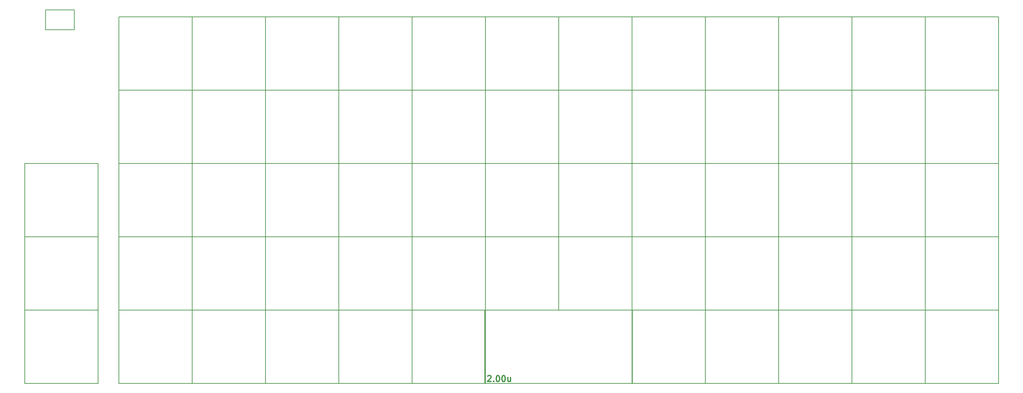
<source format=gbr>
%TF.GenerationSoftware,KiCad,Pcbnew,(5.1.6-0-10_14)*%
%TF.CreationDate,2021-11-22T17:38:10+01:00*%
%TF.ProjectId,Mech50-keyboard,4d656368-3530-42d6-9b65-79626f617264,rev?*%
%TF.SameCoordinates,Original*%
%TF.FileFunction,OtherDrawing,Comment*%
%FSLAX46Y46*%
G04 Gerber Fmt 4.6, Leading zero omitted, Abs format (unit mm)*
G04 Created by KiCad (PCBNEW (5.1.6-0-10_14)) date 2021-11-22 17:38:10*
%MOMM*%
%LPD*%
G01*
G04 APERTURE LIST*
%ADD10C,0.152400*%
%ADD11C,0.200000*%
%ADD12C,0.304800*%
G04 APERTURE END LIST*
D10*
%TO.C,S-E12*%
X286766000Y-127000000D02*
X305562000Y-127000000D01*
X305562000Y-127000000D02*
X305562000Y-145796000D01*
X305562000Y-145796000D02*
X286766000Y-145796000D01*
X286766000Y-145796000D02*
X286766000Y-127000000D01*
%TO.C,S-E6*%
X173863000Y-127000000D02*
X211709000Y-127000000D01*
X211709000Y-127000000D02*
X211709000Y-145796000D01*
X211709000Y-145796000D02*
X173863000Y-145796000D01*
X173863000Y-145796000D02*
X173863000Y-127000000D01*
%TO.C,S-A0*%
X80010000Y-51816000D02*
X98806000Y-51816000D01*
X98806000Y-51816000D02*
X98806000Y-70612000D01*
X98806000Y-70612000D02*
X80010000Y-70612000D01*
X80010000Y-70612000D02*
X80010000Y-51816000D01*
%TO.C,S-A1*%
X98806000Y-51816000D02*
X117602000Y-51816000D01*
X117602000Y-51816000D02*
X117602000Y-70612000D01*
X117602000Y-70612000D02*
X98806000Y-70612000D01*
X98806000Y-70612000D02*
X98806000Y-51816000D01*
%TO.C,S-A2*%
X117602000Y-51816000D02*
X136398000Y-51816000D01*
X136398000Y-51816000D02*
X136398000Y-70612000D01*
X136398000Y-70612000D02*
X117602000Y-70612000D01*
X117602000Y-70612000D02*
X117602000Y-51816000D01*
%TO.C,S-A3*%
X136398000Y-51816000D02*
X155194000Y-51816000D01*
X155194000Y-51816000D02*
X155194000Y-70612000D01*
X155194000Y-70612000D02*
X136398000Y-70612000D01*
X136398000Y-70612000D02*
X136398000Y-51816000D01*
%TO.C,S-A4*%
X155194000Y-51816000D02*
X173990000Y-51816000D01*
X173990000Y-51816000D02*
X173990000Y-70612000D01*
X173990000Y-70612000D02*
X155194000Y-70612000D01*
X155194000Y-70612000D02*
X155194000Y-51816000D01*
%TO.C,S-A5*%
X173990000Y-51816000D02*
X192786000Y-51816000D01*
X192786000Y-51816000D02*
X192786000Y-70612000D01*
X192786000Y-70612000D02*
X173990000Y-70612000D01*
X173990000Y-70612000D02*
X173990000Y-51816000D01*
%TO.C,S-A6*%
X192786000Y-51816000D02*
X211582000Y-51816000D01*
X211582000Y-51816000D02*
X211582000Y-70612000D01*
X211582000Y-70612000D02*
X192786000Y-70612000D01*
X192786000Y-70612000D02*
X192786000Y-51816000D01*
%TO.C,S-A7*%
X211582000Y-51816000D02*
X230378000Y-51816000D01*
X230378000Y-51816000D02*
X230378000Y-70612000D01*
X230378000Y-70612000D02*
X211582000Y-70612000D01*
X211582000Y-70612000D02*
X211582000Y-51816000D01*
%TO.C,S-A8*%
X230378000Y-51816000D02*
X249174000Y-51816000D01*
X249174000Y-51816000D02*
X249174000Y-70612000D01*
X249174000Y-70612000D02*
X230378000Y-70612000D01*
X230378000Y-70612000D02*
X230378000Y-51816000D01*
%TO.C,S-A9*%
X249174000Y-51816000D02*
X267970000Y-51816000D01*
X267970000Y-51816000D02*
X267970000Y-70612000D01*
X267970000Y-70612000D02*
X249174000Y-70612000D01*
X249174000Y-70612000D02*
X249174000Y-51816000D01*
%TO.C,S-A10*%
X267970000Y-51816000D02*
X286766000Y-51816000D01*
X286766000Y-51816000D02*
X286766000Y-70612000D01*
X286766000Y-70612000D02*
X267970000Y-70612000D01*
X267970000Y-70612000D02*
X267970000Y-51816000D01*
%TO.C,S-A11*%
X286766000Y-51816000D02*
X305562000Y-51816000D01*
X305562000Y-51816000D02*
X305562000Y-70612000D01*
X305562000Y-70612000D02*
X286766000Y-70612000D01*
X286766000Y-70612000D02*
X286766000Y-51816000D01*
%TO.C,S-B0*%
X80010000Y-70612000D02*
X98806000Y-70612000D01*
X98806000Y-70612000D02*
X98806000Y-89408000D01*
X98806000Y-89408000D02*
X80010000Y-89408000D01*
X80010000Y-89408000D02*
X80010000Y-70612000D01*
%TO.C,S-B1*%
X98806000Y-70612000D02*
X117602000Y-70612000D01*
X117602000Y-70612000D02*
X117602000Y-89408000D01*
X117602000Y-89408000D02*
X98806000Y-89408000D01*
X98806000Y-89408000D02*
X98806000Y-70612000D01*
%TO.C,S-B2*%
X117602000Y-70612000D02*
X136398000Y-70612000D01*
X136398000Y-70612000D02*
X136398000Y-89408000D01*
X136398000Y-89408000D02*
X117602000Y-89408000D01*
X117602000Y-89408000D02*
X117602000Y-70612000D01*
%TO.C,S-B3*%
X136398000Y-70612000D02*
X155194000Y-70612000D01*
X155194000Y-70612000D02*
X155194000Y-89408000D01*
X155194000Y-89408000D02*
X136398000Y-89408000D01*
X136398000Y-89408000D02*
X136398000Y-70612000D01*
%TO.C,S-B4*%
X155194000Y-70612000D02*
X173990000Y-70612000D01*
X173990000Y-70612000D02*
X173990000Y-89408000D01*
X173990000Y-89408000D02*
X155194000Y-89408000D01*
X155194000Y-89408000D02*
X155194000Y-70612000D01*
%TO.C,S-B5*%
X173990000Y-70612000D02*
X192786000Y-70612000D01*
X192786000Y-70612000D02*
X192786000Y-89408000D01*
X192786000Y-89408000D02*
X173990000Y-89408000D01*
X173990000Y-89408000D02*
X173990000Y-70612000D01*
%TO.C,S-B6*%
X192786000Y-70612000D02*
X211582000Y-70612000D01*
X211582000Y-70612000D02*
X211582000Y-89408000D01*
X211582000Y-89408000D02*
X192786000Y-89408000D01*
X192786000Y-89408000D02*
X192786000Y-70612000D01*
%TO.C,S-B7*%
X211582000Y-70612000D02*
X230378000Y-70612000D01*
X230378000Y-70612000D02*
X230378000Y-89408000D01*
X230378000Y-89408000D02*
X211582000Y-89408000D01*
X211582000Y-89408000D02*
X211582000Y-70612000D01*
%TO.C,S-B8*%
X230378000Y-70612000D02*
X249174000Y-70612000D01*
X249174000Y-70612000D02*
X249174000Y-89408000D01*
X249174000Y-89408000D02*
X230378000Y-89408000D01*
X230378000Y-89408000D02*
X230378000Y-70612000D01*
%TO.C,S-B9*%
X249174000Y-70612000D02*
X267970000Y-70612000D01*
X267970000Y-70612000D02*
X267970000Y-89408000D01*
X267970000Y-89408000D02*
X249174000Y-89408000D01*
X249174000Y-89408000D02*
X249174000Y-70612000D01*
%TO.C,S-B10*%
X267970000Y-70612000D02*
X286766000Y-70612000D01*
X286766000Y-70612000D02*
X286766000Y-89408000D01*
X286766000Y-89408000D02*
X267970000Y-89408000D01*
X267970000Y-89408000D02*
X267970000Y-70612000D01*
%TO.C,S-B11*%
X286766000Y-70612000D02*
X305562000Y-70612000D01*
X305562000Y-70612000D02*
X305562000Y-89408000D01*
X305562000Y-89408000D02*
X286766000Y-89408000D01*
X286766000Y-89408000D02*
X286766000Y-70612000D01*
%TO.C,S-C0*%
X55880000Y-89408000D02*
X74676000Y-89408000D01*
X74676000Y-89408000D02*
X74676000Y-108204000D01*
X74676000Y-108204000D02*
X55880000Y-108204000D01*
X55880000Y-108204000D02*
X55880000Y-89408000D01*
%TO.C,S-C1*%
X80010000Y-89408000D02*
X98806000Y-89408000D01*
X98806000Y-89408000D02*
X98806000Y-108204000D01*
X98806000Y-108204000D02*
X80010000Y-108204000D01*
X80010000Y-108204000D02*
X80010000Y-89408000D01*
%TO.C,S-C2*%
X98806000Y-89408000D02*
X117602000Y-89408000D01*
X117602000Y-89408000D02*
X117602000Y-108204000D01*
X117602000Y-108204000D02*
X98806000Y-108204000D01*
X98806000Y-108204000D02*
X98806000Y-89408000D01*
%TO.C,S-C3*%
X117602000Y-89408000D02*
X136398000Y-89408000D01*
X136398000Y-89408000D02*
X136398000Y-108204000D01*
X136398000Y-108204000D02*
X117602000Y-108204000D01*
X117602000Y-108204000D02*
X117602000Y-89408000D01*
%TO.C,S-C4*%
X136398000Y-89408000D02*
X155194000Y-89408000D01*
X155194000Y-89408000D02*
X155194000Y-108204000D01*
X155194000Y-108204000D02*
X136398000Y-108204000D01*
X136398000Y-108204000D02*
X136398000Y-89408000D01*
%TO.C,S-C5*%
X155194000Y-89408000D02*
X173990000Y-89408000D01*
X173990000Y-89408000D02*
X173990000Y-108204000D01*
X173990000Y-108204000D02*
X155194000Y-108204000D01*
X155194000Y-108204000D02*
X155194000Y-89408000D01*
%TO.C,S-C6*%
X173990000Y-89408000D02*
X192786000Y-89408000D01*
X192786000Y-89408000D02*
X192786000Y-108204000D01*
X192786000Y-108204000D02*
X173990000Y-108204000D01*
X173990000Y-108204000D02*
X173990000Y-89408000D01*
%TO.C,S-C7*%
X192786000Y-89408000D02*
X211582000Y-89408000D01*
X211582000Y-89408000D02*
X211582000Y-108204000D01*
X211582000Y-108204000D02*
X192786000Y-108204000D01*
X192786000Y-108204000D02*
X192786000Y-89408000D01*
%TO.C,S-C8*%
X211582000Y-89408000D02*
X230378000Y-89408000D01*
X230378000Y-89408000D02*
X230378000Y-108204000D01*
X230378000Y-108204000D02*
X211582000Y-108204000D01*
X211582000Y-108204000D02*
X211582000Y-89408000D01*
%TO.C,S-C9*%
X230378000Y-89408000D02*
X249174000Y-89408000D01*
X249174000Y-89408000D02*
X249174000Y-108204000D01*
X249174000Y-108204000D02*
X230378000Y-108204000D01*
X230378000Y-108204000D02*
X230378000Y-89408000D01*
%TO.C,S-C10*%
X249174000Y-89408000D02*
X267970000Y-89408000D01*
X267970000Y-89408000D02*
X267970000Y-108204000D01*
X267970000Y-108204000D02*
X249174000Y-108204000D01*
X249174000Y-108204000D02*
X249174000Y-89408000D01*
%TO.C,S-C11*%
X267970000Y-89408000D02*
X286766000Y-89408000D01*
X286766000Y-89408000D02*
X286766000Y-108204000D01*
X286766000Y-108204000D02*
X267970000Y-108204000D01*
X267970000Y-108204000D02*
X267970000Y-89408000D01*
%TO.C,S-C12*%
X286766000Y-89408000D02*
X305562000Y-89408000D01*
X305562000Y-89408000D02*
X305562000Y-108204000D01*
X305562000Y-108204000D02*
X286766000Y-108204000D01*
X286766000Y-108204000D02*
X286766000Y-89408000D01*
%TO.C,S-D0*%
X55880000Y-108204000D02*
X74676000Y-108204000D01*
X74676000Y-108204000D02*
X74676000Y-127000000D01*
X74676000Y-127000000D02*
X55880000Y-127000000D01*
X55880000Y-127000000D02*
X55880000Y-108204000D01*
%TO.C,S-D1*%
X80010000Y-108204000D02*
X98806000Y-108204000D01*
X98806000Y-108204000D02*
X98806000Y-127000000D01*
X98806000Y-127000000D02*
X80010000Y-127000000D01*
X80010000Y-127000000D02*
X80010000Y-108204000D01*
%TO.C,S-D2*%
X98806000Y-108204000D02*
X117602000Y-108204000D01*
X117602000Y-108204000D02*
X117602000Y-127000000D01*
X117602000Y-127000000D02*
X98806000Y-127000000D01*
X98806000Y-127000000D02*
X98806000Y-108204000D01*
%TO.C,S-D3*%
X117602000Y-108204000D02*
X136398000Y-108204000D01*
X136398000Y-108204000D02*
X136398000Y-127000000D01*
X136398000Y-127000000D02*
X117602000Y-127000000D01*
X117602000Y-127000000D02*
X117602000Y-108204000D01*
%TO.C,S-D4*%
X136398000Y-108204000D02*
X155194000Y-108204000D01*
X155194000Y-108204000D02*
X155194000Y-127000000D01*
X155194000Y-127000000D02*
X136398000Y-127000000D01*
X136398000Y-127000000D02*
X136398000Y-108204000D01*
%TO.C,S-D5*%
X155194000Y-108204000D02*
X173990000Y-108204000D01*
X173990000Y-108204000D02*
X173990000Y-127000000D01*
X173990000Y-127000000D02*
X155194000Y-127000000D01*
X155194000Y-127000000D02*
X155194000Y-108204000D01*
%TO.C,S-D6*%
X173990000Y-108204000D02*
X192786000Y-108204000D01*
X192786000Y-108204000D02*
X192786000Y-127000000D01*
X192786000Y-127000000D02*
X173990000Y-127000000D01*
X173990000Y-127000000D02*
X173990000Y-108204000D01*
%TO.C,S-D7*%
X192786000Y-108204000D02*
X211582000Y-108204000D01*
X211582000Y-108204000D02*
X211582000Y-127000000D01*
X211582000Y-127000000D02*
X192786000Y-127000000D01*
X192786000Y-127000000D02*
X192786000Y-108204000D01*
%TO.C,S-D8*%
X211582000Y-108204000D02*
X230378000Y-108204000D01*
X230378000Y-108204000D02*
X230378000Y-127000000D01*
X230378000Y-127000000D02*
X211582000Y-127000000D01*
X211582000Y-127000000D02*
X211582000Y-108204000D01*
%TO.C,S-D9*%
X230378000Y-108204000D02*
X249174000Y-108204000D01*
X249174000Y-108204000D02*
X249174000Y-127000000D01*
X249174000Y-127000000D02*
X230378000Y-127000000D01*
X230378000Y-127000000D02*
X230378000Y-108204000D01*
%TO.C,S-D10*%
X249174000Y-108204000D02*
X267970000Y-108204000D01*
X267970000Y-108204000D02*
X267970000Y-127000000D01*
X267970000Y-127000000D02*
X249174000Y-127000000D01*
X249174000Y-127000000D02*
X249174000Y-108204000D01*
%TO.C,S-D11*%
X267970000Y-108204000D02*
X286766000Y-108204000D01*
X286766000Y-108204000D02*
X286766000Y-127000000D01*
X286766000Y-127000000D02*
X267970000Y-127000000D01*
X267970000Y-127000000D02*
X267970000Y-108204000D01*
%TO.C,S-D12*%
X286766000Y-108204000D02*
X305562000Y-108204000D01*
X305562000Y-108204000D02*
X305562000Y-127000000D01*
X305562000Y-127000000D02*
X286766000Y-127000000D01*
X286766000Y-127000000D02*
X286766000Y-108204000D01*
%TO.C,S-E0*%
X55880000Y-127000000D02*
X74676000Y-127000000D01*
X74676000Y-127000000D02*
X74676000Y-145796000D01*
X74676000Y-145796000D02*
X55880000Y-145796000D01*
X55880000Y-145796000D02*
X55880000Y-127000000D01*
%TO.C,S-E1*%
X80010000Y-127000000D02*
X98806000Y-127000000D01*
X98806000Y-127000000D02*
X98806000Y-145796000D01*
X98806000Y-145796000D02*
X80010000Y-145796000D01*
X80010000Y-145796000D02*
X80010000Y-127000000D01*
%TO.C,S-E2*%
X98806000Y-127000000D02*
X117602000Y-127000000D01*
X117602000Y-127000000D02*
X117602000Y-145796000D01*
X117602000Y-145796000D02*
X98806000Y-145796000D01*
X98806000Y-145796000D02*
X98806000Y-127000000D01*
%TO.C,S-E3*%
X117602000Y-127000000D02*
X136398000Y-127000000D01*
X136398000Y-127000000D02*
X136398000Y-145796000D01*
X136398000Y-145796000D02*
X117602000Y-145796000D01*
X117602000Y-145796000D02*
X117602000Y-127000000D01*
%TO.C,S-E4*%
X136398000Y-127000000D02*
X155194000Y-127000000D01*
X155194000Y-127000000D02*
X155194000Y-145796000D01*
X155194000Y-145796000D02*
X136398000Y-145796000D01*
X136398000Y-145796000D02*
X136398000Y-127000000D01*
%TO.C,S-E5*%
X155194000Y-127000000D02*
X173990000Y-127000000D01*
X173990000Y-127000000D02*
X173990000Y-145796000D01*
X173990000Y-145796000D02*
X155194000Y-145796000D01*
X155194000Y-145796000D02*
X155194000Y-127000000D01*
%TO.C,S-E8*%
X211582000Y-127000000D02*
X230378000Y-127000000D01*
X230378000Y-127000000D02*
X230378000Y-145796000D01*
X230378000Y-145796000D02*
X211582000Y-145796000D01*
X211582000Y-145796000D02*
X211582000Y-127000000D01*
%TO.C,S-E9*%
X230378000Y-127000000D02*
X249174000Y-127000000D01*
X249174000Y-127000000D02*
X249174000Y-145796000D01*
X249174000Y-145796000D02*
X230378000Y-145796000D01*
X230378000Y-145796000D02*
X230378000Y-127000000D01*
%TO.C,S-E10*%
X249174000Y-127000000D02*
X267970000Y-127000000D01*
X267970000Y-127000000D02*
X267970000Y-145796000D01*
X267970000Y-145796000D02*
X249174000Y-145796000D01*
X249174000Y-145796000D02*
X249174000Y-127000000D01*
%TO.C,S-E11*%
X267970000Y-127000000D02*
X286766000Y-127000000D01*
X286766000Y-127000000D02*
X286766000Y-145796000D01*
X286766000Y-145796000D02*
X267970000Y-145796000D01*
X267970000Y-145796000D02*
X267970000Y-127000000D01*
D11*
%TO.C,U1*%
X68580000Y-50038000D02*
X68580000Y-55118000D01*
X61214000Y-50038000D02*
X68580000Y-50038000D01*
X61214000Y-55118000D02*
X61214000Y-50038000D01*
X68580000Y-55118000D02*
X61214000Y-55118000D01*
%TD*%
%TO.C,S-E6*%
D12*
X174606857Y-143963571D02*
X174679428Y-143891000D01*
X174824571Y-143818428D01*
X175187428Y-143818428D01*
X175332571Y-143891000D01*
X175405142Y-143963571D01*
X175477714Y-144108714D01*
X175477714Y-144253857D01*
X175405142Y-144471571D01*
X174534285Y-145342428D01*
X175477714Y-145342428D01*
X176130857Y-145197285D02*
X176203428Y-145269857D01*
X176130857Y-145342428D01*
X176058285Y-145269857D01*
X176130857Y-145197285D01*
X176130857Y-145342428D01*
X177146857Y-143818428D02*
X177292000Y-143818428D01*
X177437142Y-143891000D01*
X177509714Y-143963571D01*
X177582285Y-144108714D01*
X177654857Y-144399000D01*
X177654857Y-144761857D01*
X177582285Y-145052142D01*
X177509714Y-145197285D01*
X177437142Y-145269857D01*
X177292000Y-145342428D01*
X177146857Y-145342428D01*
X177001714Y-145269857D01*
X176929142Y-145197285D01*
X176856571Y-145052142D01*
X176784000Y-144761857D01*
X176784000Y-144399000D01*
X176856571Y-144108714D01*
X176929142Y-143963571D01*
X177001714Y-143891000D01*
X177146857Y-143818428D01*
X178598285Y-143818428D02*
X178743428Y-143818428D01*
X178888571Y-143891000D01*
X178961142Y-143963571D01*
X179033714Y-144108714D01*
X179106285Y-144399000D01*
X179106285Y-144761857D01*
X179033714Y-145052142D01*
X178961142Y-145197285D01*
X178888571Y-145269857D01*
X178743428Y-145342428D01*
X178598285Y-145342428D01*
X178453142Y-145269857D01*
X178380571Y-145197285D01*
X178308000Y-145052142D01*
X178235428Y-144761857D01*
X178235428Y-144399000D01*
X178308000Y-144108714D01*
X178380571Y-143963571D01*
X178453142Y-143891000D01*
X178598285Y-143818428D01*
X180412571Y-144326428D02*
X180412571Y-145342428D01*
X179759428Y-144326428D02*
X179759428Y-145124714D01*
X179832000Y-145269857D01*
X179977142Y-145342428D01*
X180194857Y-145342428D01*
X180340000Y-145269857D01*
X180412571Y-145197285D01*
%TD*%
M02*

</source>
